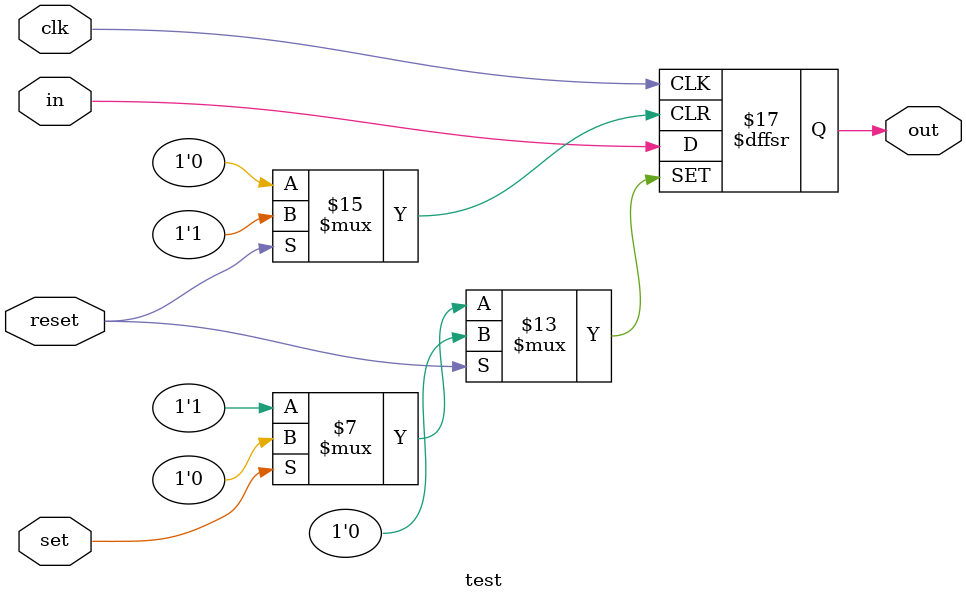
<source format=v>
module test(input  in,  input clk,  reset, set, output reg out);
always @(posedge clk, posedge reset, negedge set)
    if(reset) out <= 1'b0;
	else if(!set) out <= 1'b1;
	else out <= in;
endmodule	

</source>
